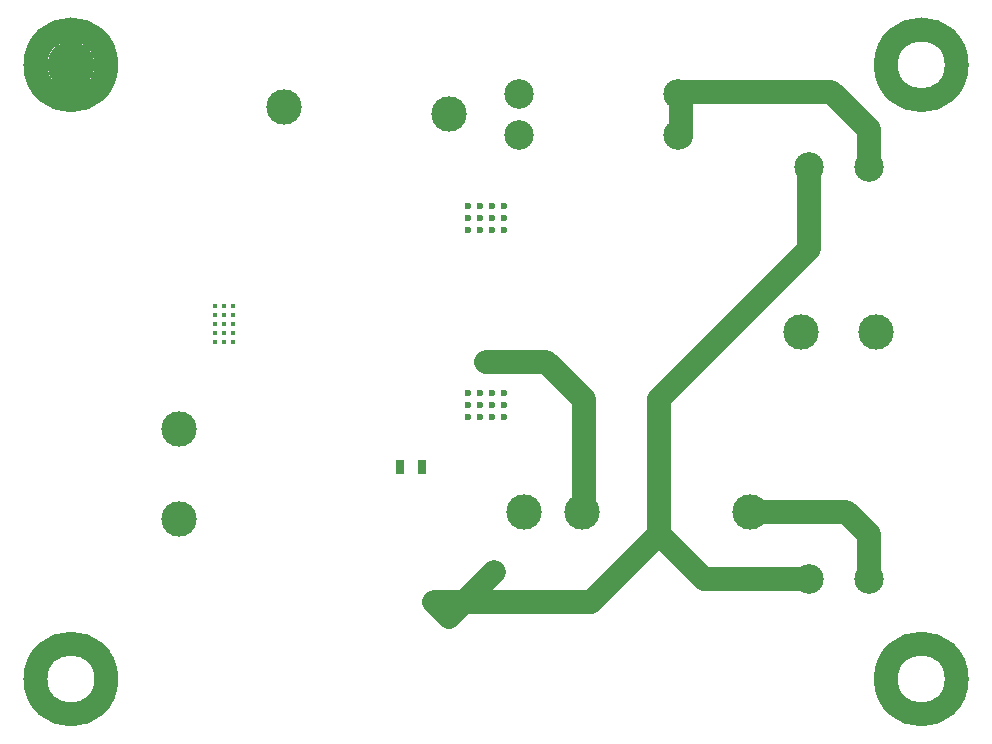
<source format=gbs>
G04 #@! TF.FileFunction,Soldermask,Bot*
%FSLAX46Y46*%
G04 Gerber Fmt 4.6, Leading zero omitted, Abs format (unit mm)*
G04 Created by KiCad (PCBNEW (2015-01-23 BZR 5386)-product) date Tue 10 Feb 2015 10:46:28 PM PST*
%MOMM*%
G01*
G04 APERTURE LIST*
%ADD10C,0.100000*%
%ADD11C,2.000000*%
%ADD12C,4.000500*%
%ADD13R,0.700000X1.300000*%
%ADD14C,2.500000*%
%ADD15C,3.000000*%
%ADD16C,0.600000*%
%ADD17C,0.400000*%
G04 APERTURE END LIST*
D10*
D11*
X217000000Y-72000000D02*
G75*
G03X217000000Y-72000000I-3000000J0D01*
G01*
X217000000Y-124000000D02*
G75*
G03X217000000Y-124000000I-3000000J0D01*
G01*
X145000000Y-124000000D02*
G75*
G03X145000000Y-124000000I-3000000J0D01*
G01*
X145000000Y-72000000D02*
G75*
G03X145000000Y-72000000I-3000000J0D01*
G01*
X195580000Y-115570000D02*
X204470000Y-115570000D01*
X191770000Y-111760000D02*
X195580000Y-115570000D01*
X182245000Y-97155000D02*
X177165000Y-97155000D01*
X185420000Y-100330000D02*
X182245000Y-97155000D01*
X185420000Y-109855000D02*
X185420000Y-100330000D01*
X175260000Y-117475000D02*
X177800000Y-114935000D01*
X173990000Y-118745000D02*
X175260000Y-117475000D01*
X172720000Y-117475000D02*
X173990000Y-118745000D01*
X191770000Y-100330000D02*
X204470000Y-87630000D01*
X191770000Y-111760000D02*
X191770000Y-100330000D01*
X186055000Y-117475000D02*
X172720000Y-117475000D01*
X191770000Y-111760000D02*
X186055000Y-117475000D01*
X204470000Y-87630000D02*
X204470000Y-80645000D01*
X193675000Y-74295000D02*
X193675000Y-78105000D01*
X206375000Y-74295000D02*
X193675000Y-74295000D01*
X209550000Y-77470000D02*
X206375000Y-74295000D01*
X209550000Y-80645000D02*
X209550000Y-77470000D01*
X207645000Y-109855000D02*
X200660000Y-109855000D01*
X209550000Y-111760000D02*
X209550000Y-115570000D01*
X207645000Y-109855000D02*
X209550000Y-111760000D01*
D12*
X142000000Y-72000000D03*
D13*
X171765000Y-106045000D03*
X169865000Y-106045000D03*
D14*
X209550000Y-115570000D03*
X204470000Y-115570000D03*
X209550000Y-80645000D03*
X204470000Y-80645000D03*
D15*
X180340000Y-109855000D03*
X203835000Y-94615000D03*
X210185000Y-94615000D03*
X160020000Y-75565000D03*
X173990000Y-76200000D03*
X151130000Y-110490000D03*
X151130000Y-102870000D03*
X185293000Y-109855000D03*
X199517000Y-109855000D03*
D14*
X179959000Y-77900000D03*
X179959000Y-74500000D03*
X193421000Y-74500000D03*
X193421000Y-77900000D03*
D16*
X177673000Y-85979000D03*
X176657000Y-85979000D03*
X175641000Y-85979000D03*
X178689000Y-85979000D03*
X178689000Y-84963000D03*
X177673000Y-84963000D03*
X176657000Y-84963000D03*
X175641000Y-84963000D03*
X175641000Y-83947000D03*
X176657000Y-83947000D03*
X177673000Y-83947000D03*
X178689000Y-83947000D03*
X177673000Y-101854000D03*
X176657000Y-101854000D03*
X175641000Y-101854000D03*
X178689000Y-101854000D03*
X178689000Y-100838000D03*
X177673000Y-100838000D03*
X176657000Y-100838000D03*
X175641000Y-100838000D03*
X175641000Y-99822000D03*
X176657000Y-99822000D03*
X177673000Y-99822000D03*
X178689000Y-99822000D03*
D17*
X154940000Y-93980000D03*
X154178000Y-93980000D03*
X155702000Y-93980000D03*
X155702000Y-94742000D03*
X155702000Y-95504000D03*
X154940000Y-95504000D03*
X154940000Y-94742000D03*
X154178000Y-94742000D03*
X154178000Y-95504000D03*
X154940000Y-93218000D03*
X154178000Y-93218000D03*
X155702000Y-93218000D03*
X155702000Y-92456000D03*
X154940000Y-92456000D03*
X154178000Y-92456000D03*
M02*

</source>
